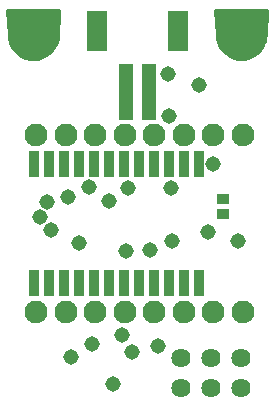
<source format=gbs>
G75*
%MOIN*%
%OFA0B0*%
%FSLAX25Y25*%
%IPPOS*%
%LPD*%
%AMOC8*
5,1,8,0,0,1.08239X$1,22.5*
%
%ADD10R,0.04737X0.18910*%
%ADD11R,0.07099X0.13398*%
%ADD12R,0.04343X0.03556*%
%ADD13C,0.06400*%
%ADD14C,0.07600*%
%ADD15R,0.03400X0.08800*%
%ADD16C,0.13461*%
%ADD17C,0.01200*%
%ADD18C,0.05162*%
D10*
X0041650Y0105732D03*
X0049524Y0105732D03*
D11*
X0058973Y0126204D03*
X0032201Y0126204D03*
D12*
X0074200Y0070158D03*
X0074200Y0065040D03*
D13*
X0070000Y0017199D03*
X0070000Y0007199D03*
X0060000Y0007199D03*
X0060000Y0017199D03*
X0080000Y0017199D03*
X0080000Y0007199D03*
D14*
X0011751Y0032271D03*
X0021594Y0032271D03*
X0031436Y0032271D03*
X0041279Y0032271D03*
X0051121Y0032271D03*
X0060964Y0032271D03*
X0070806Y0032271D03*
X0080649Y0032271D03*
X0080649Y0091326D03*
X0070806Y0091326D03*
X0060964Y0091326D03*
X0051121Y0091326D03*
X0041279Y0091326D03*
X0031436Y0091326D03*
X0021594Y0091326D03*
X0011751Y0091326D03*
D15*
X0011000Y0081799D03*
X0016000Y0081799D03*
X0021000Y0081799D03*
X0026000Y0081799D03*
X0031000Y0081799D03*
X0036000Y0081799D03*
X0041000Y0081799D03*
X0046000Y0081799D03*
X0051000Y0081799D03*
X0056000Y0081799D03*
X0061000Y0081799D03*
X0066000Y0081799D03*
X0066000Y0042199D03*
X0061000Y0042199D03*
X0056000Y0042199D03*
X0051000Y0042199D03*
X0046000Y0042199D03*
X0041000Y0042199D03*
X0036000Y0042199D03*
X0031000Y0042199D03*
X0026000Y0042199D03*
X0021000Y0042199D03*
X0016000Y0042199D03*
X0011000Y0042199D03*
D16*
X0011000Y0124699D03*
X0080300Y0124799D03*
D17*
X0085910Y0119189D02*
X0084962Y0118376D01*
X0083901Y0117718D01*
X0082753Y0117228D01*
X0081543Y0116919D01*
X0080300Y0116799D01*
X0079038Y0116870D01*
X0077804Y0117144D01*
X0076631Y0117614D01*
X0075549Y0118266D01*
X0074586Y0119085D01*
X0073767Y0120048D01*
X0073115Y0121130D01*
X0072645Y0122303D01*
X0072371Y0123537D01*
X0072300Y0124799D01*
X0071800Y0132799D01*
X0088800Y0132799D01*
X0088300Y0124799D01*
X0088179Y0123556D01*
X0087871Y0122346D01*
X0087381Y0121198D01*
X0086723Y0120137D01*
X0085910Y0119189D01*
X0085634Y0118953D02*
X0074741Y0118953D01*
X0073705Y0120151D02*
X0086732Y0120151D01*
X0087446Y0121350D02*
X0073027Y0121350D01*
X0072591Y0122548D02*
X0087922Y0122548D01*
X0088198Y0123747D02*
X0072360Y0123747D01*
X0072291Y0124946D02*
X0088309Y0124946D01*
X0088384Y0126144D02*
X0072216Y0126144D01*
X0072141Y0127343D02*
X0088459Y0127343D01*
X0088534Y0128541D02*
X0072066Y0128541D01*
X0071991Y0129740D02*
X0088609Y0129740D01*
X0088684Y0130938D02*
X0071916Y0130938D01*
X0071841Y0132137D02*
X0088759Y0132137D01*
X0083961Y0117754D02*
X0076398Y0117754D01*
X0019000Y0124699D02*
X0019500Y0132699D01*
X0002500Y0132699D01*
X0003000Y0124699D01*
X0003071Y0123437D01*
X0003345Y0122203D01*
X0003815Y0121030D01*
X0004467Y0119948D01*
X0005286Y0118985D01*
X0006249Y0118166D01*
X0007331Y0117514D01*
X0008504Y0117044D01*
X0009738Y0116770D01*
X0011000Y0116699D01*
X0012243Y0116819D01*
X0013453Y0117128D01*
X0014601Y0117618D01*
X0015662Y0118276D01*
X0016610Y0119089D01*
X0017423Y0120037D01*
X0018081Y0121098D01*
X0018571Y0122246D01*
X0018879Y0123456D01*
X0019000Y0124699D01*
X0019015Y0124946D02*
X0002985Y0124946D01*
X0002910Y0126144D02*
X0019090Y0126144D01*
X0019165Y0127343D02*
X0002835Y0127343D01*
X0002760Y0128541D02*
X0019240Y0128541D01*
X0019315Y0129740D02*
X0002685Y0129740D01*
X0002610Y0130938D02*
X0019390Y0130938D01*
X0019465Y0132137D02*
X0002535Y0132137D01*
X0003054Y0123747D02*
X0018908Y0123747D01*
X0018648Y0122548D02*
X0003269Y0122548D01*
X0003687Y0121350D02*
X0018189Y0121350D01*
X0017494Y0120151D02*
X0004344Y0120151D01*
X0005323Y0118953D02*
X0016451Y0118953D01*
X0014822Y0117754D02*
X0006932Y0117754D01*
D18*
X0029500Y0073999D03*
X0036100Y0069299D03*
X0042500Y0073599D03*
X0041600Y0052899D03*
X0049700Y0053199D03*
X0057100Y0056099D03*
X0068900Y0059099D03*
X0079100Y0056199D03*
X0070800Y0081799D03*
X0056600Y0073699D03*
X0056000Y0097799D03*
X0055800Y0111699D03*
X0066100Y0107999D03*
X0026000Y0055299D03*
X0016800Y0059899D03*
X0013200Y0064099D03*
X0015500Y0068999D03*
X0022300Y0070899D03*
X0040300Y0024799D03*
X0043600Y0019199D03*
X0037300Y0008399D03*
X0030500Y0021799D03*
X0023500Y0017399D03*
X0052400Y0020999D03*
M02*

</source>
